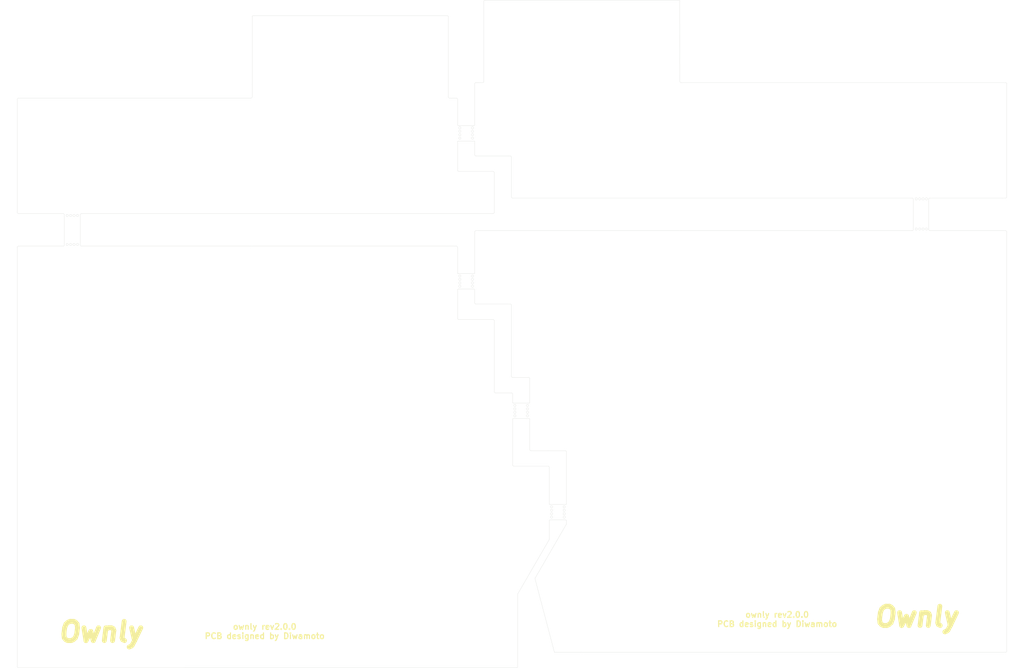
<source format=kicad_pcb>
(kicad_pcb (version 20171130) (host pcbnew "(5.1.6)-1")

  (general
    (thickness 1.6)
    (drawings 189)
    (tracks 0)
    (zones 0)
    (modules 29)
    (nets 1)
  )

  (page A4)
  (layers
    (0 F.Cu signal)
    (31 B.Cu signal)
    (32 B.Adhes user)
    (33 F.Adhes user)
    (34 B.Paste user)
    (35 F.Paste user)
    (36 B.SilkS user)
    (37 F.SilkS user)
    (38 B.Mask user)
    (39 F.Mask user)
    (40 Dwgs.User user)
    (41 Cmts.User user)
    (42 Eco1.User user)
    (43 Eco2.User user)
    (44 Edge.Cuts user)
    (45 Margin user)
    (46 B.CrtYd user)
    (47 F.CrtYd user)
    (48 B.Fab user)
    (49 F.Fab user)
  )

  (setup
    (last_trace_width 0.25)
    (user_trace_width 0.5)
    (trace_clearance 0.2)
    (zone_clearance 0.508)
    (zone_45_only no)
    (trace_min 0.2)
    (via_size 0.8)
    (via_drill 0.4)
    (via_min_size 0.4)
    (via_min_drill 0.3)
    (uvia_size 0.3)
    (uvia_drill 0.1)
    (uvias_allowed no)
    (uvia_min_size 0.2)
    (uvia_min_drill 0.1)
    (edge_width 0.05)
    (segment_width 0.2)
    (pcb_text_width 0.3)
    (pcb_text_size 1.5 1.5)
    (mod_edge_width 0.12)
    (mod_text_size 1 1)
    (mod_text_width 0.15)
    (pad_size 1.524 1.524)
    (pad_drill 0.762)
    (pad_to_mask_clearance 0.05)
    (aux_axis_origin 0 0)
    (visible_elements 7FFFFFFF)
    (pcbplotparams
      (layerselection 0x010fc_ffffffff)
      (usegerberextensions false)
      (usegerberattributes true)
      (usegerberadvancedattributes true)
      (creategerberjobfile true)
      (excludeedgelayer true)
      (linewidth 0.100000)
      (plotframeref false)
      (viasonmask false)
      (mode 1)
      (useauxorigin false)
      (hpglpennumber 1)
      (hpglpenspeed 20)
      (hpglpendiameter 15.000000)
      (psnegative false)
      (psa4output false)
      (plotreference true)
      (plotvalue true)
      (plotinvisibletext false)
      (padsonsilk false)
      (subtractmaskfromsilk false)
      (outputformat 1)
      (mirror false)
      (drillshape 1)
      (scaleselection 1)
      (outputdirectory ""))
  )

  (net 0 "")

  (net_class Default "これはデフォルトのネット クラスです。"
    (clearance 0.2)
    (trace_width 0.25)
    (via_dia 0.8)
    (via_drill 0.4)
    (uvia_dia 0.3)
    (uvia_drill 0.1)
  )

  (module MountingHole:MountingHole_2.2mm_M2 (layer F.Cu) (tedit 56D1B4CB) (tstamp 5F7AD450)
    (at 154.423464 103.278428)
    (descr "Mounting Hole 2.2mm, no annular, M2")
    (tags "mounting hole 2.2mm no annular m2")
    (attr virtual)
    (fp_text reference REF4 (at 0 -3.2) (layer F.SilkS) hide
      (effects (font (size 1 1) (thickness 0.15)))
    )
    (fp_text value MountingHole_2.2mm_M2 (at 0 3.2) (layer F.Fab)
      (effects (font (size 1 1) (thickness 0.15)))
    )
    (fp_circle (center 0 0) (end 2.2 0) (layer Cmts.User) (width 0.15))
    (fp_circle (center 0 0) (end 2.45 0) (layer F.CrtYd) (width 0.05))
    (fp_text user %R (at 0.3 0) (layer F.Fab)
      (effects (font (size 1 1) (thickness 0.15)))
    )
    (pad 1 np_thru_hole circle (at 0 0) (size 2.2 2.2) (drill 2.2) (layers *.Cu *.Mask))
  )

  (module MountingHole:MountingHole_2.2mm_M2 (layer F.Cu) (tedit 56D1B4CB) (tstamp 5F7AD449)
    (at 273.005864 83.280164)
    (descr "Mounting Hole 2.2mm, no annular, M2")
    (tags "mounting hole 2.2mm no annular m2")
    (attr virtual)
    (fp_text reference REF4 (at 0 -3.2) (layer F.SilkS) hide
      (effects (font (size 1 1) (thickness 0.15)))
    )
    (fp_text value MountingHole_2.2mm_M2 (at 0 3.2) (layer F.Fab)
      (effects (font (size 1 1) (thickness 0.15)))
    )
    (fp_circle (center 0 0) (end 2.2 0) (layer Cmts.User) (width 0.15))
    (fp_circle (center 0 0) (end 2.45 0) (layer F.CrtYd) (width 0.05))
    (fp_text user %R (at 0.3 0) (layer F.Fab)
      (effects (font (size 1 1) (thickness 0.15)))
    )
    (pad 1 np_thru_hole circle (at 0 0) (size 2.2 2.2) (drill 2.2) (layers *.Cu *.Mask))
  )

  (module MountingHole:MountingHole_2.2mm_M2 (layer F.Cu) (tedit 56D1B4CB) (tstamp 5F7AD442)
    (at 273.004692 103.276084)
    (descr "Mounting Hole 2.2mm, no annular, M2")
    (tags "mounting hole 2.2mm no annular m2")
    (attr virtual)
    (fp_text reference REF4 (at 0 -3.2) (layer F.SilkS) hide
      (effects (font (size 1 1) (thickness 0.15)))
    )
    (fp_text value MountingHole_2.2mm_M2 (at 0 3.2) (layer F.Fab)
      (effects (font (size 1 1) (thickness 0.15)))
    )
    (fp_circle (center 0 0) (end 2.2 0) (layer Cmts.User) (width 0.15))
    (fp_circle (center 0 0) (end 2.45 0) (layer F.CrtYd) (width 0.05))
    (fp_text user %R (at 0.3 0) (layer F.Fab)
      (effects (font (size 1 1) (thickness 0.15)))
    )
    (pad 1 np_thru_hole circle (at 0 0) (size 2.2 2.2) (drill 2.2) (layers *.Cu *.Mask))
  )

  (module MountingHole:MountingHole_2.2mm_M2 (layer F.Cu) (tedit 56D1B4CB) (tstamp 5F7AD42B)
    (at 139.95832 106.353192)
    (descr "Mounting Hole 2.2mm, no annular, M2")
    (tags "mounting hole 2.2mm no annular m2")
    (attr virtual)
    (fp_text reference REF4 (at 0 -3.2) (layer F.SilkS) hide
      (effects (font (size 1 1) (thickness 0.15)))
    )
    (fp_text value MountingHole_2.2mm_M2 (at 0 3.2) (layer F.Fab)
      (effects (font (size 1 1) (thickness 0.15)))
    )
    (fp_circle (center 0 0) (end 2.2 0) (layer Cmts.User) (width 0.15))
    (fp_circle (center 0 0) (end 2.45 0) (layer F.CrtYd) (width 0.05))
    (fp_text user %R (at 0.3 0) (layer F.Fab)
      (effects (font (size 1 1) (thickness 0.15)))
    )
    (pad 1 np_thru_hole circle (at 0 0) (size 2.2 2.2) (drill 2.2) (layers *.Cu *.Mask))
  )

  (module MountingHole:MountingHole_2.2mm_M2 (layer F.Cu) (tedit 56D1B4CB) (tstamp 5F7AD3D8)
    (at 26.193728 87.225552)
    (descr "Mounting Hole 2.2mm, no annular, M2")
    (tags "mounting hole 2.2mm no annular m2")
    (attr virtual)
    (fp_text reference REF4 (at 0 -3.2) (layer F.SilkS) hide
      (effects (font (size 1 1) (thickness 0.15)))
    )
    (fp_text value MountingHole_2.2mm_M2 (at 0 3.2) (layer F.Fab)
      (effects (font (size 1 1) (thickness 0.15)))
    )
    (fp_circle (center 0 0) (end 2.2 0) (layer Cmts.User) (width 0.15))
    (fp_circle (center 0 0) (end 2.45 0) (layer F.CrtYd) (width 0.05))
    (fp_text user %R (at 0.3 0) (layer F.Fab)
      (effects (font (size 1 1) (thickness 0.15)))
    )
    (pad 1 np_thru_hole circle (at 0 0) (size 2.2 2.2) (drill 2.2) (layers *.Cu *.Mask))
  )

  (module MountingHole:MountingHole_2.2mm_M2 (layer F.Cu) (tedit 56D1B4CB) (tstamp 5F7AD3D1)
    (at 26.192556 107.221472)
    (descr "Mounting Hole 2.2mm, no annular, M2")
    (tags "mounting hole 2.2mm no annular m2")
    (attr virtual)
    (fp_text reference REF4 (at 0 -3.2) (layer F.SilkS) hide
      (effects (font (size 1 1) (thickness 0.15)))
    )
    (fp_text value MountingHole_2.2mm_M2 (at 0 3.2) (layer F.Fab)
      (effects (font (size 1 1) (thickness 0.15)))
    )
    (fp_circle (center 0 0) (end 2.2 0) (layer Cmts.User) (width 0.15))
    (fp_circle (center 0 0) (end 2.45 0) (layer F.CrtYd) (width 0.05))
    (fp_text user %R (at 0.3 0) (layer F.Fab)
      (effects (font (size 1 1) (thickness 0.15)))
    )
    (pad 1 np_thru_hole circle (at 0 0) (size 2.2 2.2) (drill 2.2) (layers *.Cu *.Mask))
  )

  (module MountingHole:MountingHole_2.2mm_M2 (layer F.Cu) (tedit 56D1B4CB) (tstamp 5F7AD3CA)
    (at 130.487468 87.22438)
    (descr "Mounting Hole 2.2mm, no annular, M2")
    (tags "mounting hole 2.2mm no annular m2")
    (attr virtual)
    (fp_text reference REF4 (at 0 -3.2) (layer F.SilkS) hide
      (effects (font (size 1 1) (thickness 0.15)))
    )
    (fp_text value MountingHole_2.2mm_M2 (at 0 3.2) (layer F.Fab)
      (effects (font (size 1 1) (thickness 0.15)))
    )
    (fp_circle (center 0 0) (end 2.2 0) (layer Cmts.User) (width 0.15))
    (fp_circle (center 0 0) (end 2.45 0) (layer F.CrtYd) (width 0.05))
    (fp_text user %R (at 0.3 0) (layer F.Fab)
      (effects (font (size 1 1) (thickness 0.15)))
    )
    (pad 1 np_thru_hole circle (at 0 0) (size 2.2 2.2) (drill 2.2) (layers *.Cu *.Mask))
  )

  (module MountingHole:MountingHole_2.2mm_M2 (layer F.Cu) (tedit 56D1B4CB) (tstamp 5F7AD25E)
    (at 154.42698 64.795492)
    (descr "Mounting Hole 2.2mm, no annular, M2")
    (tags "mounting hole 2.2mm no annular m2")
    (attr virtual)
    (fp_text reference REF4 (at 0 -3.2) (layer F.SilkS) hide
      (effects (font (size 1 1) (thickness 0.15)))
    )
    (fp_text value MountingHole_2.2mm_M2 (at 0 3.2) (layer F.Fab)
      (effects (font (size 1 1) (thickness 0.15)))
    )
    (fp_circle (center 0 0) (end 2.2 0) (layer Cmts.User) (width 0.15))
    (fp_circle (center 0 0) (end 2.45 0) (layer F.CrtYd) (width 0.05))
    (fp_text user %R (at 0.3 0) (layer F.Fab)
      (effects (font (size 1 1) (thickness 0.15)))
    )
    (pad 1 np_thru_hole circle (at 0 0) (size 2.2 2.2) (drill 2.2) (layers *.Cu *.Mask))
  )

  (module MountingHole:MountingHole_2.2mm_M2 (layer F.Cu) (tedit 56D1B4CB) (tstamp 5F7AD245)
    (at 144.900816 44.741916)
    (descr "Mounting Hole 2.2mm, no annular, M2")
    (tags "mounting hole 2.2mm no annular m2")
    (attr virtual)
    (fp_text reference REF4 (at 0 -3.2) (layer F.SilkS) hide
      (effects (font (size 1 1) (thickness 0.15)))
    )
    (fp_text value MountingHole_2.2mm_M2 (at 0 3.2) (layer F.Fab)
      (effects (font (size 1 1) (thickness 0.15)))
    )
    (fp_circle (center 0 0) (end 2.2 0) (layer Cmts.User) (width 0.15))
    (fp_circle (center 0 0) (end 2.45 0) (layer F.CrtYd) (width 0.05))
    (fp_text user %R (at 0.3 0) (layer F.Fab)
      (effects (font (size 1 1) (thickness 0.15)))
    )
    (pad 1 np_thru_hole circle (at 0 0) (size 2.2 2.2) (drill 2.2) (layers *.Cu *.Mask))
  )

  (module MountingHole:MountingHole_2.2mm_M2 (layer F.Cu) (tedit 56D1B4CB) (tstamp 5F7AD201)
    (at 273.00938 44.797228)
    (descr "Mounting Hole 2.2mm, no annular, M2")
    (tags "mounting hole 2.2mm no annular m2")
    (attr virtual)
    (fp_text reference REF4 (at 0 -3.2) (layer F.SilkS) hide
      (effects (font (size 1 1) (thickness 0.15)))
    )
    (fp_text value MountingHole_2.2mm_M2 (at 0 3.2) (layer F.Fab)
      (effects (font (size 1 1) (thickness 0.15)))
    )
    (fp_circle (center 0 0) (end 2.2 0) (layer Cmts.User) (width 0.15))
    (fp_circle (center 0 0) (end 2.45 0) (layer F.CrtYd) (width 0.05))
    (fp_text user %R (at 0.3 0) (layer F.Fab)
      (effects (font (size 1 1) (thickness 0.15)))
    )
    (pad 1 np_thru_hole circle (at 0 0) (size 2.2 2.2) (drill 2.2) (layers *.Cu *.Mask))
  )

  (module MountingHole:MountingHole_2.2mm_M2 (layer F.Cu) (tedit 56D1B4CB) (tstamp 5F7AD1FA)
    (at 273.008208 64.793148)
    (descr "Mounting Hole 2.2mm, no annular, M2")
    (tags "mounting hole 2.2mm no annular m2")
    (attr virtual)
    (fp_text reference REF4 (at 0 -3.2) (layer F.SilkS) hide
      (effects (font (size 1 1) (thickness 0.15)))
    )
    (fp_text value MountingHole_2.2mm_M2 (at 0 3.2) (layer F.Fab)
      (effects (font (size 1 1) (thickness 0.15)))
    )
    (fp_circle (center 0 0) (end 2.2 0) (layer Cmts.User) (width 0.15))
    (fp_circle (center 0 0) (end 2.45 0) (layer F.CrtYd) (width 0.05))
    (fp_text user %R (at 0.3 0) (layer F.Fab)
      (effects (font (size 1 1) (thickness 0.15)))
    )
    (pad 1 np_thru_hole circle (at 0 0) (size 2.2 2.2) (drill 2.2) (layers *.Cu *.Mask))
  )

  (module MountingHole:MountingHole_2.2mm_M2 (layer F.Cu) (tedit 56D1B4CB) (tstamp 5F7AD1A5)
    (at 130.430984 48.8191)
    (descr "Mounting Hole 2.2mm, no annular, M2")
    (tags "mounting hole 2.2mm no annular m2")
    (attr virtual)
    (fp_text reference REF4 (at 0 -3.2) (layer F.SilkS) hide
      (effects (font (size 1 1) (thickness 0.15)))
    )
    (fp_text value MountingHole_2.2mm_M2 (at 0 3.2) (layer F.Fab)
      (effects (font (size 1 1) (thickness 0.15)))
    )
    (fp_circle (center 0 0) (end 2.2 0) (layer Cmts.User) (width 0.15))
    (fp_circle (center 0 0) (end 2.45 0) (layer F.CrtYd) (width 0.05))
    (fp_text user %R (at 0.3 0) (layer F.Fab)
      (effects (font (size 1 1) (thickness 0.15)))
    )
    (pad 1 np_thru_hole circle (at 0 0) (size 2.2 2.2) (drill 2.2) (layers *.Cu *.Mask))
  )

  (module MountingHole:MountingHole_2.2mm_M2 (layer F.Cu) (tedit 56D1B4CB) (tstamp 5F7AD1A5)
    (at 26.137244 48.820272)
    (descr "Mounting Hole 2.2mm, no annular, M2")
    (tags "mounting hole 2.2mm no annular m2")
    (attr virtual)
    (fp_text reference REF4 (at 0 -3.2) (layer F.SilkS) hide
      (effects (font (size 1 1) (thickness 0.15)))
    )
    (fp_text value MountingHole_2.2mm_M2 (at 0 3.2) (layer F.Fab)
      (effects (font (size 1 1) (thickness 0.15)))
    )
    (fp_circle (center 0 0) (end 2.2 0) (layer Cmts.User) (width 0.15))
    (fp_circle (center 0 0) (end 2.45 0) (layer F.CrtYd) (width 0.05))
    (fp_text user %R (at 0.3 0) (layer F.Fab)
      (effects (font (size 1 1) (thickness 0.15)))
    )
    (pad 1 np_thru_hole circle (at 0 0) (size 2.2 2.2) (drill 2.2) (layers *.Cu *.Mask))
  )

  (module MountingHole:MountingHole_2.2mm_M2 (layer F.Cu) (tedit 56D1B4CB) (tstamp 5F7AD13E)
    (at 26.136072 68.816192)
    (descr "Mounting Hole 2.2mm, no annular, M2")
    (tags "mounting hole 2.2mm no annular m2")
    (attr virtual)
    (fp_text reference REF4 (at 0 -3.2) (layer F.SilkS) hide
      (effects (font (size 1 1) (thickness 0.15)))
    )
    (fp_text value MountingHole_2.2mm_M2 (at 0 3.2) (layer F.Fab)
      (effects (font (size 1 1) (thickness 0.15)))
    )
    (fp_circle (center 0 0) (end 2.2 0) (layer Cmts.User) (width 0.15))
    (fp_circle (center 0 0) (end 2.45 0) (layer F.CrtYd) (width 0.05))
    (fp_text user %R (at 0.3 0) (layer F.Fab)
      (effects (font (size 1 1) (thickness 0.15)))
    )
    (pad 1 np_thru_hole circle (at 0 0) (size 2.2 2.2) (drill 2.2) (layers *.Cu *.Mask))
  )

  (module MountingHole:MountingHole_2.2mm_M2 (layer F.Cu) (tedit 56D1B4CB) (tstamp 5F7AC4D3)
    (at 198.302612 182.822292)
    (descr "Mounting Hole 2.2mm, no annular, M2")
    (tags "mounting hole 2.2mm no annular m2")
    (attr virtual)
    (fp_text reference REF4 (at 0 -3.2) (layer F.SilkS) hide
      (effects (font (size 1 1) (thickness 0.15)))
    )
    (fp_text value MountingHole_2.2mm_M2 (at 0 3.2) (layer F.Fab)
      (effects (font (size 1 1) (thickness 0.15)))
    )
    (fp_circle (center 0 0) (end 2.2 0) (layer Cmts.User) (width 0.15))
    (fp_circle (center 0 0) (end 2.45 0) (layer F.CrtYd) (width 0.05))
    (fp_text user %R (at 0.3 0) (layer F.Fab)
      (effects (font (size 1 1) (thickness 0.15)))
    )
    (pad 1 np_thru_hole circle (at 0 0) (size 2.2 2.2) (drill 2.2) (layers *.Cu *.Mask))
  )

  (module MountingHole:MountingHole_2.2mm_M2 (layer F.Cu) (tedit 56D1B4CB) (tstamp 5F7AC4D3)
    (at 273.014268 182.822292)
    (descr "Mounting Hole 2.2mm, no annular, M2")
    (tags "mounting hole 2.2mm no annular m2")
    (attr virtual)
    (fp_text reference REF4 (at 0 -3.2) (layer F.SilkS) hide
      (effects (font (size 1 1) (thickness 0.15)))
    )
    (fp_text value MountingHole_2.2mm_M2 (at 0 3.2) (layer F.Fab)
      (effects (font (size 1 1) (thickness 0.15)))
    )
    (fp_circle (center 0 0) (end 2.2 0) (layer Cmts.User) (width 0.15))
    (fp_circle (center 0 0) (end 2.45 0) (layer F.CrtYd) (width 0.05))
    (fp_text user %R (at 0.3 0) (layer F.Fab)
      (effects (font (size 1 1) (thickness 0.15)))
    )
    (pad 1 np_thru_hole circle (at 0 0) (size 2.2 2.2) (drill 2.2) (layers *.Cu *.Mask))
  )

  (module MountingHole:MountingHole_2.2mm_M2 (layer F.Cu) (tedit 56D1B4CB) (tstamp 5F7AC4D3)
    (at 202.023312 135.643816)
    (descr "Mounting Hole 2.2mm, no annular, M2")
    (tags "mounting hole 2.2mm no annular m2")
    (attr virtual)
    (fp_text reference REF4 (at 0 -3.2) (layer F.SilkS) hide
      (effects (font (size 1 1) (thickness 0.15)))
    )
    (fp_text value MountingHole_2.2mm_M2 (at 0 3.2) (layer F.Fab)
      (effects (font (size 1 1) (thickness 0.15)))
    )
    (fp_circle (center 0 0) (end 2.2 0) (layer Cmts.User) (width 0.15))
    (fp_circle (center 0 0) (end 2.45 0) (layer F.CrtYd) (width 0.05))
    (fp_text user %R (at 0.3 0) (layer F.Fab)
      (effects (font (size 1 1) (thickness 0.15)))
    )
    (pad 1 np_thru_hole circle (at 0 0) (size 2.2 2.2) (drill 2.2) (layers *.Cu *.Mask))
  )

  (module MountingHole:MountingHole_2.2mm_M2 (layer F.Cu) (tedit 56D1B4CB) (tstamp 5F7AC4D3)
    (at 273.014268 97.669236)
    (descr "Mounting Hole 2.2mm, no annular, M2")
    (tags "mounting hole 2.2mm no annular m2")
    (attr virtual)
    (fp_text reference REF4 (at 0 -3.2) (layer F.SilkS) hide
      (effects (font (size 1 1) (thickness 0.15)))
    )
    (fp_text value MountingHole_2.2mm_M2 (at 0 3.2) (layer F.Fab)
      (effects (font (size 1 1) (thickness 0.15)))
    )
    (fp_circle (center 0 0) (end 2.2 0) (layer Cmts.User) (width 0.15))
    (fp_circle (center 0 0) (end 2.45 0) (layer F.CrtYd) (width 0.05))
    (fp_text user %R (at 0.3 0) (layer F.Fab)
      (effects (font (size 1 1) (thickness 0.15)))
    )
    (pad 1 np_thru_hole circle (at 0 0) (size 2.2 2.2) (drill 2.2) (layers *.Cu *.Mask))
  )

  (module MountingHole:MountingHole_2.2mm_M2 (layer F.Cu) (tedit 56D1B4CB) (tstamp 5F7AC4D3)
    (at 225.835792 97.692676)
    (descr "Mounting Hole 2.2mm, no annular, M2")
    (tags "mounting hole 2.2mm no annular m2")
    (attr virtual)
    (fp_text reference REF4 (at 0 -3.2) (layer F.SilkS) hide
      (effects (font (size 1 1) (thickness 0.15)))
    )
    (fp_text value MountingHole_2.2mm_M2 (at 0 3.2) (layer F.Fab)
      (effects (font (size 1 1) (thickness 0.15)))
    )
    (fp_circle (center 0 0) (end 2.2 0) (layer Cmts.User) (width 0.15))
    (fp_circle (center 0 0) (end 2.45 0) (layer F.CrtYd) (width 0.05))
    (fp_text user %R (at 0.3 0) (layer F.Fab)
      (effects (font (size 1 1) (thickness 0.15)))
    )
    (pad 1 np_thru_hole circle (at 0 0) (size 2.2 2.2) (drill 2.2) (layers *.Cu *.Mask))
  )

  (module MountingHole:MountingHole_2.2mm_M2 (layer F.Cu) (tedit 56D1B4CB) (tstamp 5F7AC4D3)
    (at 168.68584 97.543848)
    (descr "Mounting Hole 2.2mm, no annular, M2")
    (tags "mounting hole 2.2mm no annular m2")
    (attr virtual)
    (fp_text reference REF4 (at 0 -3.2) (layer F.SilkS) hide
      (effects (font (size 1 1) (thickness 0.15)))
    )
    (fp_text value MountingHole_2.2mm_M2 (at 0 3.2) (layer F.Fab)
      (effects (font (size 1 1) (thickness 0.15)))
    )
    (fp_circle (center 0 0) (end 2.2 0) (layer Cmts.User) (width 0.15))
    (fp_circle (center 0 0) (end 2.45 0) (layer F.CrtYd) (width 0.05))
    (fp_text user %R (at 0.3 0) (layer F.Fab)
      (effects (font (size 1 1) (thickness 0.15)))
    )
    (pad 1 np_thru_hole circle (at 0 0) (size 2.2 2.2) (drill 2.2) (layers *.Cu *.Mask))
  )

  (module MountingHole:MountingHole_2.2mm_M2 (layer F.Cu) (tedit 56D1B4CB) (tstamp 5F7AC4D3)
    (at 107.243508 186.841304)
    (descr "Mounting Hole 2.2mm, no annular, M2")
    (tags "mounting hole 2.2mm no annular m2")
    (attr virtual)
    (fp_text reference REF4 (at 0 -3.2) (layer F.SilkS) hide
      (effects (font (size 1 1) (thickness 0.15)))
    )
    (fp_text value MountingHole_2.2mm_M2 (at 0 3.2) (layer F.Fab)
      (effects (font (size 1 1) (thickness 0.15)))
    )
    (fp_circle (center 0 0) (end 2.2 0) (layer Cmts.User) (width 0.15))
    (fp_circle (center 0 0) (end 2.45 0) (layer F.CrtYd) (width 0.05))
    (fp_text user %R (at 0.3 0) (layer F.Fab)
      (effects (font (size 1 1) (thickness 0.15)))
    )
    (pad 1 np_thru_hole circle (at 0 0) (size 2.2 2.2) (drill 2.2) (layers *.Cu *.Mask))
  )

  (module MountingHole:MountingHole_2.2mm_M2 (layer F.Cu) (tedit 56D1B4CB) (tstamp 5F7AC4D3)
    (at 26.132248 186.841304)
    (descr "Mounting Hole 2.2mm, no annular, M2")
    (tags "mounting hole 2.2mm no annular m2")
    (attr virtual)
    (fp_text reference REF4 (at 0 -3.2) (layer F.SilkS) hide
      (effects (font (size 1 1) (thickness 0.15)))
    )
    (fp_text value MountingHole_2.2mm_M2 (at 0 3.2) (layer F.Fab)
      (effects (font (size 1 1) (thickness 0.15)))
    )
    (fp_circle (center 0 0) (end 2.2 0) (layer Cmts.User) (width 0.15))
    (fp_circle (center 0 0) (end 2.45 0) (layer F.CrtYd) (width 0.05))
    (fp_text user %R (at 0.3 0) (layer F.Fab)
      (effects (font (size 1 1) (thickness 0.15)))
    )
    (pad 1 np_thru_hole circle (at 0 0) (size 2.2 2.2) (drill 2.2) (layers *.Cu *.Mask))
  )

  (module MountingHole:MountingHole_2.2mm_M2 (layer F.Cu) (tedit 56D1B4CB) (tstamp 5F7AC4D3)
    (at 102.04132 139.662796)
    (descr "Mounting Hole 2.2mm, no annular, M2")
    (tags "mounting hole 2.2mm no annular m2")
    (attr virtual)
    (fp_text reference REF4 (at 0 -3.2) (layer F.SilkS) hide
      (effects (font (size 1 1) (thickness 0.15)))
    )
    (fp_text value MountingHole_2.2mm_M2 (at 0 3.2) (layer F.Fab)
      (effects (font (size 1 1) (thickness 0.15)))
    )
    (fp_circle (center 0 0) (end 2.2 0) (layer Cmts.User) (width 0.15))
    (fp_circle (center 0 0) (end 2.45 0) (layer F.CrtYd) (width 0.05))
    (fp_text user %R (at 0.3 0) (layer F.Fab)
      (effects (font (size 1 1) (thickness 0.15)))
    )
    (pad 1 np_thru_hole circle (at 0 0) (size 2.2 2.2) (drill 2.2) (layers *.Cu *.Mask))
  )

  (module MountingHole:MountingHole_2.2mm_M2 (layer F.Cu) (tedit 56D1B4CB) (tstamp 5F7AC4D3)
    (at 125.549644 102.307)
    (descr "Mounting Hole 2.2mm, no annular, M2")
    (tags "mounting hole 2.2mm no annular m2")
    (attr virtual)
    (fp_text reference REF4 (at 0 -3.2) (layer F.SilkS) hide
      (effects (font (size 1 1) (thickness 0.15)))
    )
    (fp_text value MountingHole_2.2mm_M2 (at 0 3.2) (layer F.Fab)
      (effects (font (size 1 1) (thickness 0.15)))
    )
    (fp_circle (center 0 0) (end 2.2 0) (layer Cmts.User) (width 0.15))
    (fp_circle (center 0 0) (end 2.45 0) (layer F.CrtYd) (width 0.05))
    (fp_text user %R (at 0.3 0) (layer F.Fab)
      (effects (font (size 1 1) (thickness 0.15)))
    )
    (pad 1 np_thru_hole circle (at 0 0) (size 2.2 2.2) (drill 2.2) (layers *.Cu *.Mask))
  )

  (module MountingHole:MountingHole_2.2mm_M2 (layer F.Cu) (tedit 56D1B4CB) (tstamp 5F7AC4D3)
    (at 68.852676 101.406556)
    (descr "Mounting Hole 2.2mm, no annular, M2")
    (tags "mounting hole 2.2mm no annular m2")
    (attr virtual)
    (fp_text reference REF4 (at 0 -3.2) (layer F.SilkS) hide
      (effects (font (size 1 1) (thickness 0.15)))
    )
    (fp_text value MountingHole_2.2mm_M2 (at 0 3.2) (layer F.Fab)
      (effects (font (size 1 1) (thickness 0.15)))
    )
    (fp_circle (center 0 0) (end 2.2 0) (layer Cmts.User) (width 0.15))
    (fp_circle (center 0 0) (end 2.45 0) (layer F.CrtYd) (width 0.05))
    (fp_text user %R (at 0.3 0) (layer F.Fab)
      (effects (font (size 1 1) (thickness 0.15)))
    )
    (pad 1 np_thru_hole circle (at 0 0) (size 2.2 2.2) (drill 2.2) (layers *.Cu *.Mask))
  )

  (module MountingHole:MountingHole_2.2mm_M2 (layer F.Cu) (tedit 56D1B4CB) (tstamp 5F7AC4D3)
    (at 26.132284 103.64642)
    (descr "Mounting Hole 2.2mm, no annular, M2")
    (tags "mounting hole 2.2mm no annular m2")
    (attr virtual)
    (fp_text reference REF4 (at 0 -3.2) (layer F.SilkS) hide
      (effects (font (size 1 1) (thickness 0.15)))
    )
    (fp_text value MountingHole_2.2mm_M2 (at 0 3.2) (layer F.Fab)
      (effects (font (size 1 1) (thickness 0.15)))
    )
    (fp_circle (center 0 0) (end 2.2 0) (layer Cmts.User) (width 0.15))
    (fp_circle (center 0 0) (end 2.45 0) (layer F.CrtYd) (width 0.05))
    (fp_text user %R (at 0.3 0) (layer F.Fab)
      (effects (font (size 1 1) (thickness 0.15)))
    )
    (pad 1 np_thru_hole circle (at 0 0) (size 2.2 2.2) (drill 2.2) (layers *.Cu *.Mask))
  )

  (module kbd:logo (layer F.Cu) (tedit 5EE9949B) (tstamp 5F1A98D9)
    (at 254.417524 178.796492)
    (fp_text reference G*** (at 0 0) (layer F.SilkS) hide
      (effects (font (size 1.524 1.524) (thickness 0.3)))
    )
    (fp_text value LOGO (at 0.75 0) (layer F.SilkS) hide
      (effects (font (size 1.524 1.524) (thickness 0.3)))
    )
    (fp_text user Ownly (at 0.1524 -0.2032) (layer F.SilkS)
      (effects (font (size 5 5) (thickness 1.25) italic))
    )
  )

  (module kbd:logo (layer F.Cu) (tedit 5EE9949B) (tstamp 5F1A98C4)
    (at 56.946436 181.029536)
    (fp_text reference G*** (at -15.329284 2.23242) (layer F.SilkS) hide
      (effects (font (size 1.524 1.524) (thickness 0.3)))
    )
    (fp_text value LOGO (at -15.031628 2.083592) (layer F.SilkS) hide
      (effects (font (size 1.524 1.524) (thickness 0.3)))
    )
    (fp_text user Ownly (at -14.13866 1.48828) (layer F.SilkS)
      (effects (font (size 5 5) (thickness 1.25) italic))
    )
  )

  (module MountingHole:MountingHole_2.2mm_M2 (layer F.Cu) (tedit 56D1B4CB) (tstamp 5F1998C4)
    (at 139.95508 68.822008)
    (descr "Mounting Hole 2.2mm, no annular, M2")
    (tags "mounting hole 2.2mm no annular m2")
    (attr virtual)
    (fp_text reference REF4 (at 0 -3.2) (layer F.SilkS) hide
      (effects (font (size 1 1) (thickness 0.15)))
    )
    (fp_text value MountingHole_2.2mm_M2 (at 0 3.2) (layer F.Fab)
      (effects (font (size 1 1) (thickness 0.15)))
    )
    (fp_circle (center 0 0) (end 2.2 0) (layer Cmts.User) (width 0.15))
    (fp_circle (center 0 0) (end 2.45 0) (layer F.CrtYd) (width 0.05))
    (fp_text user %R (at 0.3 0) (layer F.Fab)
      (effects (font (size 1 1) (thickness 0.15)))
    )
    (pad 1 np_thru_hole circle (at 0 0) (size 2.2 2.2) (drill 2.2) (layers *.Cu *.Mask))
  )

  (gr_text "ownly rev2.0.0\nPCB designed by Diwamoto" (at 85.372584 182.368988) (layer F.SilkS) (tstamp 5F1AA07D)
    (effects (font (size 1.5 1.5) (thickness 0.3)))
  )
  (gr_text "ownly rev2.0.0\nPCB designed by Diwamoto" (at 218.401148 179.242976) (layer F.SilkS)
    (effects (font (size 1.5 1.5) (thickness 0.3)))
  )
  (gr_arc (start 37.802308 82.004228) (end 37.802308 82.301888) (angle 90) (layer Edge.Cuts) (width 0.05))
  (gr_arc (start 37.802318 74.116348) (end 37.504658 74.116348) (angle 89.99807513) (layer Edge.Cuts) (width 0.05))
  (gr_arc (start 33.039818 74.116348) (end 33.039818 73.818688) (angle 90) (layer Edge.Cuts) (width 0.05))
  (gr_arc (start 33.039808 82.004228) (end 33.337468 82.004228) (angle 89.99807513) (layer Edge.Cuts) (width 0.05))
  (gr_arc (start 258.067758 70.097988) (end 257.770098 70.097988) (angle 89.99807513) (layer Edge.Cuts) (width 0.05))
  (gr_arc (start 253.454088 70.097988) (end 253.454088 69.800328) (angle 90) (layer Edge.Cuts) (width 0.05))
  (gr_arc (start 253.454078 77.985868) (end 253.751738 77.985868) (angle 89.99807513) (layer Edge.Cuts) (width 0.05))
  (gr_arc (start 258.067748 77.985868) (end 258.067748 78.283528) (angle 90) (layer Edge.Cuts) (width 0.05))
  (gr_line (start 258.067748 69.800328) (end 276.968908 69.800328) (layer Edge.Cuts) (width 0.05))
  (gr_line (start 149.720968 69.800328) (end 253.454088 69.800328) (layer Edge.Cuts) (width 0.05))
  (gr_line (start 37.802308 73.818688) (end 144.660818 73.816968) (layer Edge.Cuts) (width 0.05))
  (gr_line (start 21.431228 73.816968) (end 33.039818 73.818688) (layer Edge.Cuts) (width 0.05))
  (gr_line (start 37.802308 82.301888) (end 81.806368 82.301888) (layer Edge.Cuts) (width 0.05))
  (gr_line (start 21.431228 82.301918) (end 33.039818 82.301888) (layer Edge.Cuts) (width 0.05))
  (gr_line (start 253.454088 78.283528) (end 193.460458 78.283528) (layer Edge.Cuts) (width 0.05))
  (gr_line (start 277.713048 78.283528) (end 258.067748 78.283528) (layer Edge.Cuts) (width 0.05))
  (gr_circle (center 256.281808 77.837048) (end 256.579468 77.837048) (layer Edge.Cuts) (width 0.05))
  (gr_circle (center 255.388848 77.837048) (end 255.686508 77.837048) (layer Edge.Cuts) (width 0.05))
  (gr_circle (center 257.174778 77.837048) (end 257.472438 77.837048) (layer Edge.Cuts) (width 0.05))
  (gr_circle (center 254.495878 77.837048) (end 254.793538 77.837048) (layer Edge.Cuts) (width 0.05))
  (gr_circle (center 256.281808 70.009158) (end 256.579468 70.009158) (layer Edge.Cuts) (width 0.05))
  (gr_circle (center 255.388848 70.009158) (end 255.686508 70.009158) (layer Edge.Cuts) (width 0.05))
  (gr_circle (center 257.174778 70.009158) (end 257.472438 70.009158) (layer Edge.Cuts) (width 0.05))
  (gr_circle (center 254.495878 70.009158) (end 254.793538 70.009158) (layer Edge.Cuts) (width 0.05))
  (gr_circle (center 35.867548 74.325168) (end 36.165208 74.325168) (layer Edge.Cuts) (width 0.05))
  (gr_circle (center 34.974578 74.325168) (end 35.272238 74.325168) (layer Edge.Cuts) (width 0.05))
  (gr_circle (center 36.760508 74.325168) (end 37.058168 74.325168) (layer Edge.Cuts) (width 0.05))
  (gr_circle (center 34.081608 74.325168) (end 34.379268 74.325168) (layer Edge.Cuts) (width 0.05))
  (gr_circle (center 35.867548 81.855398) (end 36.165208 81.855398) (layer Edge.Cuts) (width 0.05))
  (gr_circle (center 34.974578 81.855398) (end 35.272238 81.855398) (layer Edge.Cuts) (width 0.05))
  (gr_circle (center 36.760508 81.855398) (end 37.058168 81.855398) (layer Edge.Cuts) (width 0.05))
  (gr_circle (center 34.081608 81.855398) (end 34.379268 81.855398) (layer Edge.Cuts) (width 0.05))
  (gr_line (start 257.770098 77.985868) (end 257.770098 70.097988) (layer Edge.Cuts) (width 0.05))
  (gr_line (start 253.751738 70.097988) (end 253.751738 77.985868) (layer Edge.Cuts) (width 0.05))
  (gr_line (start 37.504658 82.004228) (end 37.504658 74.116348) (layer Edge.Cuts) (width 0.05))
  (gr_line (start 33.337468 74.116348) (end 33.337468 82.004228) (layer Edge.Cuts) (width 0.05))
  (gr_arc (start 277.713048 69.502678) (end 278.010708 69.502678) (angle 90) (layer Edge.Cuts) (width 0.05))
  (gr_line (start 276.968908 69.800328) (end 277.713048 69.800328) (layer Edge.Cuts) (width 0.05))
  (gr_line (start 278.010708 40.094728) (end 278.010708 69.502678) (layer Edge.Cuts) (width 0.05))
  (gr_arc (start 149.720968 69.502668) (end 149.720968 69.800328) (angle 89.99807513) (layer Edge.Cuts) (width 0.05))
  (gr_line (start 149.423308 69.502678) (end 149.423308 59.144718) (layer Edge.Cuts) (width 0.05))
  (gr_arc (start 21.431228 73.519308) (end 21.431228 73.816968) (angle 90) (layer Edge.Cuts) (width 0.05))
  (gr_arc (start 144.660818 73.518208) (end 144.959578 73.518208) (angle 90) (layer Edge.Cuts) (width 0.05))
  (gr_arc (start 135.731138 62.567758) (end 135.731138 62.865418) (angle 90) (layer Edge.Cuts) (width 0.05))
  (gr_line (start 144.959578 73.518208) (end 144.958468 63.163068) (layer Edge.Cuts) (width 0.05))
  (gr_line (start 21.133578 44.113088) (end 21.133578 73.519308) (layer Edge.Cuts) (width 0.05))
  (gr_line (start 135.731138 62.865468) (end 144.660818 62.865418) (layer Edge.Cuts) (width 0.05))
  (gr_arc (start 149.125658 59.144718) (end 149.125658 58.847058) (angle 90) (layer Edge.Cuts) (width 0.05))
  (gr_line (start 140.195978 58.847108) (end 149.125658 58.847058) (layer Edge.Cuts) (width 0.05))
  (gr_line (start 139.898318 50.810348) (end 139.903258 40.094728) (layer Edge.Cuts) (width 0.05))
  (gr_line (start 141.981908 39.797078) (end 140.195978 39.802008) (layer Edge.Cuts) (width 0.05))
  (gr_arc (start 192.858108 18.663508) (end 192.858108 18.365848) (angle 89.99807513) (layer Edge.Cuts) (width 0.05))
  (gr_line (start 135.582308 54.977528) (end 139.749488 54.977528) (layer Edge.Cuts) (width 0.05))
  (gr_line (start 142.577228 18.365848) (end 192.858108 18.365848) (layer Edge.Cuts) (width 0.05))
  (gr_line (start 193.155768 18.663498) (end 193.162798 39.499418) (layer Edge.Cuts) (width 0.05))
  (gr_line (start 135.433478 44.113088) (end 135.433478 50.810348) (layer Edge.Cuts) (width 0.05))
  (gr_arc (start 139.749488 55.126358) (end 139.749488 54.977528) (angle 90) (layer Edge.Cuts) (width 0.05))
  (gr_line (start 193.460458 39.797078) (end 277.713048 39.796608) (layer Edge.Cuts) (width 0.05))
  (gr_arc (start 139.749488 50.810348) (end 139.898318 50.810348) (angle 90) (layer Edge.Cuts) (width 0.05))
  (gr_arc (start 193.460458 39.499418) (end 193.460458 39.797078) (angle 90) (layer Edge.Cuts) (width 0.05))
  (gr_arc (start 141.981908 39.499418) (end 142.279568 39.499418) (angle 90) (layer Edge.Cuts) (width 0.05))
  (gr_line (start 139.898318 55.126358) (end 139.898318 58.549408) (layer Edge.Cuts) (width 0.05))
  (gr_arc (start 142.577228 18.663498) (end 142.279568 18.663498) (angle 90) (layer Edge.Cuts) (width 0.05))
  (gr_line (start 135.582308 50.959178) (end 139.749488 50.959178) (layer Edge.Cuts) (width 0.05))
  (gr_circle (center 136.028788 53.340428) (end 136.326448 53.340428) (layer Edge.Cuts) (width 0.05))
  (gr_arc (start 135.582308 55.126358) (end 135.433478 55.126358) (angle 90) (layer Edge.Cuts) (width 0.05))
  (gr_circle (center 136.028788 52.447458) (end 136.326448 52.447458) (layer Edge.Cuts) (width 0.05))
  (gr_line (start 135.433478 55.126358) (end 135.433478 62.567758) (layer Edge.Cuts) (width 0.05))
  (gr_circle (center 136.028788 54.233388) (end 136.326448 54.233388) (layer Edge.Cuts) (width 0.05))
  (gr_circle (center 139.303008 54.233388) (end 139.600668 54.233388) (layer Edge.Cuts) (width 0.05))
  (gr_circle (center 139.303008 51.554488) (end 139.600668 51.554488) (layer Edge.Cuts) (width 0.05))
  (gr_arc (start 135.582308 50.810348) (end 135.582308 50.959178) (angle 90) (layer Edge.Cuts) (width 0.05))
  (gr_circle (center 139.303008 52.447458) (end 139.600668 52.447458) (layer Edge.Cuts) (width 0.05))
  (gr_circle (center 136.028788 51.554488) (end 136.326448 51.554488) (layer Edge.Cuts) (width 0.05))
  (gr_circle (center 139.303008 53.340428) (end 139.600668 53.340428) (layer Edge.Cuts) (width 0.05))
  (gr_line (start 82.408708 22.384198) (end 132.754578 22.384198) (layer Edge.Cuts) (width 0.05))
  (gr_line (start 133.052228 22.681858) (end 133.052228 43.517778) (layer Edge.Cuts) (width 0.05))
  (gr_arc (start 144.660818 63.163078) (end 144.660818 62.865418) (angle 89.99807506) (layer Edge.Cuts) (width 0.05))
  (gr_arc (start 135.135828 44.113088) (end 135.135828 43.815428) (angle 90) (layer Edge.Cuts) (width 0.05))
  (gr_line (start 81.806368 43.815428) (end 21.431228 43.815468) (layer Edge.Cuts) (width 0.05))
  (gr_line (start 82.104068 40.250548) (end 82.104068 22.688838) (layer Edge.Cuts) (width 0.05))
  (gr_line (start 133.349888 43.815428) (end 135.135828 43.815428) (layer Edge.Cuts) (width 0.05))
  (gr_arc (start 82.408708 22.688838) (end 82.104068 22.688838) (angle 90) (layer Edge.Cuts) (width 0.05))
  (gr_arc (start 140.195978 40.094728) (end 139.903258 40.094728) (angle 90) (layer Edge.Cuts) (width 0.05))
  (gr_arc (start 21.431228 44.113088) (end 21.133608 44.113088) (angle 90) (layer Edge.Cuts) (width 0.05))
  (gr_arc (start 277.713048 40.094728) (end 277.713048 39.796608) (angle 90) (layer Edge.Cuts) (width 0.05))
  (gr_arc (start 81.806368 43.517778) (end 82.104028 43.517778) (angle 90) (layer Edge.Cuts) (width 0.05))
  (gr_arc (start 133.349888 43.517768) (end 133.349888 43.815428) (angle 89.99807513) (layer Edge.Cuts) (width 0.05))
  (gr_line (start 142.279568 39.499418) (end 142.279568 18.663498) (layer Edge.Cuts) (width 0.05))
  (gr_line (start 82.104068 40.250548) (end 82.104028 43.517778) (layer Edge.Cuts) (width 0.05))
  (gr_arc (start 140.195978 58.549398) (end 140.195978 58.847058) (angle 89.99807513) (layer Edge.Cuts) (width 0.05))
  (gr_arc (start 132.754578 22.681858) (end 132.754578 22.384198) (angle 90) (layer Edge.Cuts) (width 0.05))
  (gr_arc (start 150.762758 191.541638) (end 151.065278 191.541638) (angle 89.99810605) (layer Edge.Cuts) (width 0.05))
  (gr_line (start 151.060418 172.640478) (end 151.065278 191.541638) (layer Edge.Cuts) (width 0.05))
  (gr_line (start 159.245818 158.501818) (end 151.060278 172.640478) (layer Edge.Cuts) (width 0.05))
  (gr_line (start 160.585408 187.820938) (end 167.729158 187.820938) (layer Edge.Cuts) (width 0.05))
  (gr_line (start 155.525258 168.622128) (end 160.585408 187.820938) (layer Edge.Cuts) (width 0.05))
  (gr_line (start 163.710798 154.483468) (end 155.525258 168.622128) (layer Edge.Cuts) (width 0.05))
  (gr_circle (center 163.115488 150.018628) (end 163.413148 150.018628) (layer Edge.Cuts) (width 0.05))
  (gr_circle (center 159.841268 150.911588) (end 160.138928 150.911588) (layer Edge.Cuts) (width 0.05))
  (gr_circle (center 163.115488 151.804558) (end 163.413148 151.804558) (layer Edge.Cuts) (width 0.05))
  (gr_circle (center 159.841268 152.697528) (end 160.138928 152.697528) (layer Edge.Cuts) (width 0.05))
  (gr_circle (center 159.841268 150.018628) (end 160.138928 150.018628) (layer Edge.Cuts) (width 0.05))
  (gr_circle (center 163.115488 152.697528) (end 163.413148 152.697528) (layer Edge.Cuts) (width 0.05))
  (gr_circle (center 159.841268 151.804558) (end 160.138928 151.804558) (layer Edge.Cuts) (width 0.05))
  (gr_circle (center 163.115488 150.911588) (end 163.413148 150.911588) (layer Edge.Cuts) (width 0.05))
  (gr_line (start 159.394788 153.441668) (end 163.561968 153.441668) (layer Edge.Cuts) (width 0.05))
  (gr_line (start 159.394788 149.423308) (end 163.561968 149.423308) (layer Edge.Cuts) (width 0.05))
  (gr_arc (start 163.561968 149.274488) (end 163.710798 149.274488) (angle 90) (layer Edge.Cuts) (width 0.05))
  (gr_arc (start 163.561968 153.590498) (end 163.561968 153.441668) (angle 90) (layer Edge.Cuts) (width 0.05))
  (gr_arc (start 159.394788 153.590498) (end 159.245958 153.590498) (angle 90) (layer Edge.Cuts) (width 0.05))
  (gr_arc (start 159.394788 149.274478) (end 159.394788 149.423308) (angle 89.99615025) (layer Edge.Cuts) (width 0.05))
  (gr_circle (center 153.590488 123.676068) (end 153.888148 123.676068) (layer Edge.Cuts) (width 0.05))
  (gr_circle (center 150.316278 124.569038) (end 150.613938 124.569038) (layer Edge.Cuts) (width 0.05))
  (gr_circle (center 153.590488 125.462008) (end 153.888148 125.462008) (layer Edge.Cuts) (width 0.05))
  (gr_circle (center 150.316278 126.354968) (end 150.613938 126.354968) (layer Edge.Cuts) (width 0.05))
  (gr_circle (center 150.316278 123.676068) (end 150.613938 123.676068) (layer Edge.Cuts) (width 0.05))
  (gr_circle (center 153.590488 126.354968) (end 153.888148 126.354968) (layer Edge.Cuts) (width 0.05))
  (gr_circle (center 150.316278 125.462008) (end 150.613938 125.462008) (layer Edge.Cuts) (width 0.05))
  (gr_circle (center 153.590488 124.569038) (end 153.888148 124.569038) (layer Edge.Cuts) (width 0.05))
  (gr_line (start 149.869798 127.099108) (end 154.036978 127.099108) (layer Edge.Cuts) (width 0.05))
  (gr_line (start 149.869798 123.080758) (end 154.036978 123.080758) (layer Edge.Cuts) (width 0.05))
  (gr_arc (start 154.036978 122.931928) (end 154.185808 122.931928) (angle 90) (layer Edge.Cuts) (width 0.05))
  (gr_arc (start 154.036978 127.247938) (end 154.036978 127.099108) (angle 90) (layer Edge.Cuts) (width 0.05))
  (gr_arc (start 149.869798 127.247938) (end 149.720968 127.247938) (angle 90) (layer Edge.Cuts) (width 0.05))
  (gr_arc (start 149.869798 122.931928) (end 149.869798 123.080758) (angle 90) (layer Edge.Cuts) (width 0.05))
  (gr_circle (center 139.303008 90.933908) (end 139.600668 90.933908) (layer Edge.Cuts) (width 0.05))
  (gr_circle (center 139.303008 92.719848) (end 139.600668 92.719848) (layer Edge.Cuts) (width 0.05))
  (gr_circle (center 139.303008 90.040938) (end 139.600668 90.040938) (layer Edge.Cuts) (width 0.05))
  (gr_circle (center 139.303008 91.826878) (end 139.600668 91.826878) (layer Edge.Cuts) (width 0.05))
  (gr_circle (center 136.028788 92.719848) (end 136.326448 92.719848) (layer Edge.Cuts) (width 0.05))
  (gr_circle (center 136.028788 91.826878) (end 136.326448 91.826878) (layer Edge.Cuts) (width 0.05))
  (gr_circle (center 136.028788 90.933908) (end 136.326448 90.933908) (layer Edge.Cuts) (width 0.05))
  (gr_circle (center 136.028788 90.040938) (end 136.326448 90.040938) (layer Edge.Cuts) (width 0.05))
  (gr_arc (start 135.582308 89.296798) (end 135.582308 89.445628) (angle 90) (layer Edge.Cuts) (width 0.05))
  (gr_line (start 135.433478 93.612808) (end 135.433478 101.054208) (layer Edge.Cuts) (width 0.05))
  (gr_arc (start 135.582308 93.612808) (end 135.433478 93.612808) (angle 90) (layer Edge.Cuts) (width 0.05))
  (gr_line (start 21.133578 82.599538) (end 21.138438 191.546498) (layer Edge.Cuts) (width 0.05))
  (gr_line (start 278.010708 187.523278) (end 278.011168 78.581188) (layer Edge.Cuts) (width 0.05))
  (gr_line (start 159.245958 153.590498) (end 159.245958 158.501818) (layer Edge.Cuts) (width 0.05))
  (gr_line (start 163.710938 154.483468) (end 163.710798 153.590498) (layer Edge.Cuts) (width 0.05))
  (gr_arc (start 277.713048 187.523278) (end 278.010708 187.523278) (angle 90) (layer Edge.Cuts) (width 0.05))
  (gr_line (start 167.729158 187.820938) (end 277.713048 187.820938) (layer Edge.Cuts) (width 0.05))
  (gr_arc (start 139.749488 93.612818) (end 139.749488 93.463988) (angle 89.99615025) (layer Edge.Cuts) (width 0.05))
  (gr_arc (start 139.749488 89.296798) (end 139.898318 89.296798) (angle 90) (layer Edge.Cuts) (width 0.05))
  (gr_line (start 154.185808 122.931928) (end 154.185808 116.681148) (layer Edge.Cuts) (width 0.05))
  (gr_line (start 154.185808 127.247938) (end 154.185938 135.135828) (layer Edge.Cuts) (width 0.05))
  (gr_line (start 149.720968 127.247938) (end 149.720968 139.154178) (layer Edge.Cuts) (width 0.05))
  (gr_line (start 149.720968 122.931928) (end 149.720968 120.699508) (layer Edge.Cuts) (width 0.05))
  (gr_line (start 139.898318 89.296798) (end 139.903258 78.581188) (layer Edge.Cuts) (width 0.05))
  (gr_line (start 139.898318 93.612808) (end 139.898318 97.035858) (layer Edge.Cuts) (width 0.05))
  (gr_line (start 135.433478 82.599538) (end 135.433478 89.296798) (layer Edge.Cuts) (width 0.05))
  (gr_line (start 135.582308 93.463988) (end 139.749488 93.463988) (layer Edge.Cuts) (width 0.05))
  (gr_line (start 135.582308 89.445628) (end 139.749488 89.445628) (layer Edge.Cuts) (width 0.05))
  (gr_line (start 141.981908 78.283528) (end 140.195978 78.288458) (layer Edge.Cuts) (width 0.05))
  (gr_line (start 141.981908 78.283528) (end 193.460458 78.283528) (layer Edge.Cuts) (width 0.05))
  (gr_line (start 132.903408 82.301888) (end 135.135828 82.301888) (layer Edge.Cuts) (width 0.05))
  (gr_line (start 81.806368 82.301888) (end 132.903408 82.301888) (layer Edge.Cuts) (width 0.05))
  (gr_arc (start 140.195978 78.581188) (end 139.903258 78.581188) (angle 90) (layer Edge.Cuts) (width 0.05))
  (gr_arc (start 277.713048 78.581178) (end 277.713048 78.283058) (angle 90.0019219) (layer Edge.Cuts) (width 0.05))
  (gr_arc (start 21.431228 82.599538) (end 21.133608 82.599538) (angle 90) (layer Edge.Cuts) (width 0.05))
  (gr_arc (start 135.135828 82.599548) (end 135.135828 82.301888) (angle 89.99807506) (layer Edge.Cuts) (width 0.05))
  (gr_arc (start 135.731138 101.054208) (end 135.731138 101.351868) (angle 90) (layer Edge.Cuts) (width 0.05))
  (gr_arc (start 144.660818 101.649528) (end 144.660818 101.351868) (angle 90) (layer Edge.Cuts) (width 0.05))
  (gr_arc (start 145.256128 120.104198) (end 145.256128 120.401738) (angle 90) (layer Edge.Cuts) (width 0.05))
  (gr_arc (start 149.423308 120.699508) (end 149.423308 120.401848) (angle 90) (layer Edge.Cuts) (width 0.05))
  (gr_arc (start 150.018628 139.154178) (end 150.018628 139.451838) (angle 90) (layer Edge.Cuts) (width 0.05))
  (gr_arc (start 158.948308 139.749498) (end 158.948308 139.451838) (angle 89.99807506) (layer Edge.Cuts) (width 0.05))
  (gr_arc (start 21.431228 191.546498) (end 21.431228 191.839288) (angle 90) (layer Edge.Cuts) (width 0.05))
  (gr_arc (start 140.195978 97.035848) (end 140.195978 97.333508) (angle 89.99807513) (layer Edge.Cuts) (width 0.05))
  (gr_arc (start 149.125658 97.631168) (end 149.125658 97.333508) (angle 90) (layer Edge.Cuts) (width 0.05))
  (gr_arc (start 149.720968 116.085838) (end 149.720968 116.383368) (angle 90) (layer Edge.Cuts) (width 0.05))
  (gr_arc (start 153.888148 116.681158) (end 153.888148 116.383498) (angle 89.99807513) (layer Edge.Cuts) (width 0.05))
  (gr_arc (start 154.483468 135.135818) (end 154.483468 135.433348) (angle 89.99807429) (layer Edge.Cuts) (width 0.05))
  (gr_arc (start 163.413148 135.731138) (end 163.413148 135.433478) (angle 90) (layer Edge.Cuts) (width 0.05))
  (gr_line (start 159.245958 139.749488) (end 159.245958 149.274488) (layer Edge.Cuts) (width 0.05))
  (gr_line (start 150.018628 139.451918) (end 158.948308 139.451918) (layer Edge.Cuts) (width 0.05))
  (gr_line (start 145.256128 120.401918) (end 149.423308 120.401848) (layer Edge.Cuts) (width 0.05))
  (gr_line (start 144.958468 101.649528) (end 144.958588 120.104198) (layer Edge.Cuts) (width 0.05))
  (gr_line (start 135.731138 101.351918) (end 144.660818 101.351868) (layer Edge.Cuts) (width 0.05))
  (gr_line (start 163.710798 135.731138) (end 163.710938 149.274488) (layer Edge.Cuts) (width 0.05))
  (gr_line (start 158.948438 135.433558) (end 163.413148 135.433478) (layer Edge.Cuts) (width 0.05))
  (gr_line (start 154.483328 135.433478) (end 158.948308 135.433478) (layer Edge.Cuts) (width 0.05))
  (gr_line (start 149.720968 116.383558) (end 153.888148 116.383498) (layer Edge.Cuts) (width 0.05))
  (gr_line (start 149.423438 97.631168) (end 149.423438 116.085838) (layer Edge.Cuts) (width 0.05))
  (gr_line (start 140.195978 97.333558) (end 149.125658 97.333508) (layer Edge.Cuts) (width 0.05))
  (gr_line (start 150.762768 191.844158) (end 21.431228 191.839288) (layer Edge.Cuts) (width 0.05))

)

</source>
